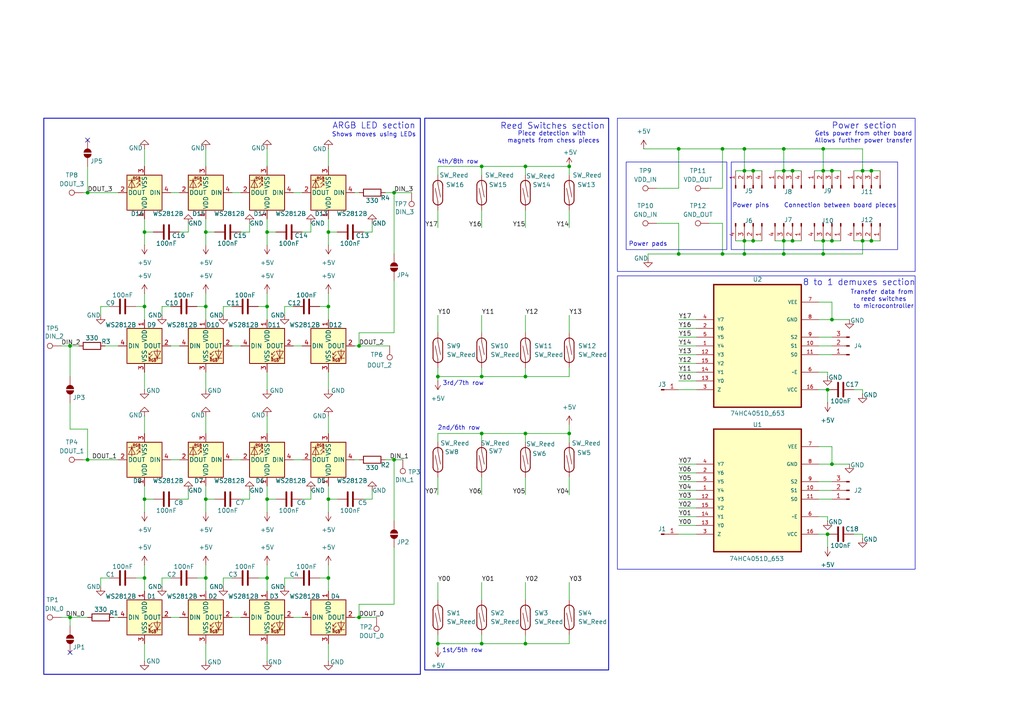
<source format=kicad_sch>
(kicad_sch (version 20250114) (generator "eeschema") (generator_version "9.0")
  (paper "A4")
  (title_block (title "4x4 matryca led z kontaktronami i demultiplekserami") (date "2025-11-12") (rev "1") (company "AGH") (comment 1 "Autor: Krystian Bajerski") (comment 2 "Promotor: dr inż. Agnieszka Dąbrowska-Boruch"))
  (rectangle (start 179.07 80.01) (end 265.43 165.1))
  (rectangle (start 212.09 46.99) (end 260.35 72.39))
  (rectangle (start 12.7 34.29) (end 121.92 195.58) (stroke (width 0.254)))
  (rectangle (start 181.61 46.99) (end 210.82 72.39))
  (rectangle (start 123.19 34.29) (end 176.53 194.31) (stroke (width 0.254)))
  (rectangle (start 179.07 34.29) (end 265.43 78.74))
  (text "ARGB LED section" (at 108.458 36.576 0) (effects (font (size 1.778 1.778))))
  (text "Gets power from other board\nAllows further power transfer\n" (at 250.444 39.878 0) (effects (font (size 1.27 1.27))))
  (text "2nd/6th row" (at 133.096 124.206 0) (effects (font (size 1.27 1.27))))
  (text "Shows moves using LEDs" (at 108.458 39.116 0) (effects (font (size 1.27 1.27))))
  (text "1st/5th row" (at 134.112 188.722 0) (effects (font (size 1.27 1.27))))
  (text "Power pads" (at 187.96 70.866 0) (effects (font (size 1.27 1.27))))
  (text "Power section\n" (at 250.698 36.576 0) (effects (font (size 1.778 1.778))))
  (text "8 to 1 demuxes section" (at 249.174 82.042 0) (effects (font (size 1.778 1.778))))
  (text "Reed Switches section\n\n" (at 160.274 38.1 0) (effects (font (size 1.778 1.778))))
  (text "Power pins	Connection between board pieces" (at 236.22 59.69 0) (effects (font (size 1.27 1.27))))
  (text "Piece detection with \nmagnets from chess pieces\n" (at 160.528 39.878 0) (effects (font (size 1.27 1.27))))
  (text "4th/8th row" (at 132.842 46.99 0) (effects (font (size 1.27 1.27))))
  (text "Transfer data from \nreed switches\nto microcontroller" (at 256.286 86.868 0) (effects (font (size 1.27 1.27))))
  (text "3rd/7th row" (at 134.366 111.252 0) (effects (font (size 1.27 1.27))))
  (junction (at 77.47 67.31))
  (junction (at 95.25 167.64))
  (junction (at 229.87 69.85))
  (junction (at 59.69 88.9))
  (junction (at 114.3 133.35))
  (junction (at 95.25 88.9))
  (junction (at 227.33 73.66))
  (junction (at 218.44 69.85))
  (junction (at 240.03 113.03))
  (junction (at 95.25 144.78))
  (junction (at 139.7 186.69))
  (junction (at 41.91 67.31))
  (junction (at 59.69 144.78))
  (junction (at 227.33 69.85))
  (junction (at 241.3 69.85))
  (junction (at 165.1 48.26))
  (junction (at 114.3 55.88))
  (junction (at 229.87 49.53))
  (junction (at 152.4 48.26))
  (junction (at 152.4 125.73))
  (junction (at 252.73 69.85))
  (junction (at 25.4 55.88))
  (junction (at 139.7 125.73))
  (junction (at 218.44 49.53))
  (junction (at 250.19 69.85))
  (junction (at 238.76 69.85))
  (junction (at 41.91 88.9))
  (junction (at 215.9 43.18))
  (junction (at 77.47 144.78))
  (junction (at 209.55 73.66))
  (junction (at 238.76 73.66))
  (junction (at 139.7 48.26))
  (junction (at 95.25 67.31))
  (junction (at 20.32 100.33))
  (junction (at 241.3 92.71))
  (junction (at 59.69 167.64))
  (junction (at 104.14 100.33))
  (junction (at 227.33 49.53))
  (junction (at 215.9 69.85))
  (junction (at 139.7 109.22))
  (junction (at 41.91 167.64))
  (junction (at 20.32 179.07))
  (junction (at 59.69 67.31))
  (junction (at 227.33 43.18))
  (junction (at 196.85 43.18))
  (junction (at 104.14 179.07))
  (junction (at 77.47 88.9))
  (junction (at 215.9 49.53))
  (junction (at 152.4 186.69))
  (junction (at 152.4 109.22))
  (junction (at 240.03 154.94))
  (junction (at 238.76 43.18))
  (junction (at 127 109.22))
  (junction (at 196.85 73.66))
  (junction (at 41.91 144.78))
  (junction (at 25.4 133.35))
  (junction (at 241.3 134.62))
  (junction (at 215.9 73.66))
  (junction (at 77.47 167.64))
  (junction (at 241.3 49.53))
  (junction (at 252.73 49.53))
  (junction (at 250.19 49.53))
  (junction (at 238.76 49.53))
  (junction (at 127 186.69))
  (junction (at 165.1 125.73))
  (junction (at 209.55 43.18))
  (no_connect (at 25.4 40.64))
  (no_connect (at 20.32 189.23))
  (wire (pts (xy 218.44 69.85) (xy 220.98 69.85)))
  (wire (pts (xy 240.03 151.13) (xy 240.03 149.86)))
  (wire (pts (xy 111.76 55.88) (xy 114.3 55.88)))
  (wire (pts (xy 114.3 133.35) (xy 111.76 133.35)))
  (wire (pts (xy 196.85 100.33) (xy 201.93 100.33)))
  (wire (pts (xy 52.07 55.88) (xy 49.53 55.88)))
  (wire (pts (xy 196.85 102.87) (xy 201.93 102.87)))
  (wire (pts (xy 29.21 167.64) (xy 31.75 167.64)))
  (wire (pts (xy 95.25 144.78) (xy 95.25 140.97)))
  (wire (pts (xy 62.23 144.78) (xy 59.69 144.78)))
  (wire (pts (xy 237.49 87.63) (xy 241.3 87.63)))
  (wire (pts (xy 238.76 73.66) (xy 250.19 73.66)))
  (wire (pts (xy 77.47 186.69) (xy 77.47 191.77)))
  (wire (pts (xy 218.44 49.53) (xy 220.98 49.53)))
  (wire (pts (xy 213.36 49.53) (xy 215.9 49.53)))
  (wire (pts (xy 139.7 184.15) (xy 139.7 186.69)))
  (wire (pts (xy 127 143.51) (xy 127 138.43)))
  (wire (pts (xy 95.25 85.09) (xy 95.25 88.9)))
  (wire (pts (xy 114.3 81.28) (xy 114.3 96.52)))
  (wire (pts (xy 165.1 184.15) (xy 165.1 186.69)))
  (wire (pts (xy 72.39 64.77) (xy 72.39 67.31)))
  (wire (pts (xy 41.91 163.83) (xy 41.91 167.64)))
  (wire (pts (xy 77.47 88.9) (xy 77.47 92.71)))
  (wire (pts (xy 114.3 73.66) (xy 114.3 55.88)))
  (wire (pts (xy 165.1 106.68) (xy 165.1 109.22)))
  (wire (pts (xy 127 109.22) (xy 139.7 109.22)))
  (wire (pts (xy 24.13 55.88) (xy 25.4 55.88)))
  (wire (pts (xy 49.53 179.07) (xy 52.07 179.07)))
  (wire (pts (xy 59.69 85.09) (xy 59.69 88.9)))
  (wire (pts (xy 54.61 142.24) (xy 54.61 144.78)))
  (wire (pts (xy 237.49 97.79) (xy 241.3 97.79)))
  (wire (pts (xy 17.78 100.33) (xy 20.32 100.33)))
  (wire (pts (xy 152.4 109.22) (xy 165.1 109.22)))
  (wire (pts (xy 46.99 91.44) (xy 46.99 88.9)))
  (wire (pts (xy 59.69 186.69) (xy 59.69 191.77)))
  (wire (pts (xy 152.4 125.73) (xy 139.7 125.73)))
  (wire (pts (xy 85.09 179.07) (xy 87.63 179.07)))
  (wire (pts (xy 59.69 148.59) (xy 59.69 144.78)))
  (wire (pts (xy 209.55 73.66) (xy 215.9 73.66)))
  (wire (pts (xy 238.76 69.85) (xy 238.76 73.66)))
  (wire (pts (xy 196.85 110.49) (xy 201.93 110.49)))
  (wire (pts (xy 25.4 48.26) (xy 25.4 55.88)))
  (wire (pts (xy 240.03 107.95) (xy 237.49 107.95)))
  (wire (pts (xy 241.3 129.54) (xy 241.3 134.62)))
  (wire (pts (xy 67.31 100.33) (xy 69.85 100.33)))
  (wire (pts (xy 72.39 67.31) (xy 69.85 67.31)))
  (wire (pts (xy 77.47 107.95) (xy 77.47 113.03)))
  (wire (pts (xy 236.22 49.53) (xy 238.76 49.53)))
  (wire (pts (xy 104.14 55.88) (xy 102.87 55.88)))
  (wire (pts (xy 54.61 64.77) (xy 54.61 67.31)))
  (wire (pts (xy 237.49 102.87) (xy 241.3 102.87)))
  (wire (pts (xy 97.79 67.31) (xy 95.25 67.31)))
  (wire (pts (xy 247.65 69.85) (xy 250.19 69.85)))
  (wire (pts (xy 72.39 144.78) (xy 69.85 144.78)))
  (wire (pts (xy 77.47 71.12) (xy 77.47 67.31)))
  (wire (pts (xy 187.96 73.66) (xy 196.85 73.66)))
  (wire (pts (xy 238.76 49.53) (xy 241.3 49.53)))
  (wire (pts (xy 95.25 186.69) (xy 95.25 191.77)))
  (wire (pts (xy 25.4 133.35) (xy 34.29 133.35)))
  (wire (pts (xy 247.65 154.94) (xy 250.19 154.94)))
  (wire (pts (xy 139.7 50.8) (xy 139.7 48.26)))
  (wire (pts (xy 152.4 66.04) (xy 152.4 60.96)))
  (wire (pts (xy 224.79 49.53) (xy 227.33 49.53)))
  (wire (pts (xy 39.37 167.64) (xy 41.91 167.64)))
  (wire (pts (xy 165.1 128.27) (xy 165.1 125.73)))
  (wire (pts (xy 213.36 69.85) (xy 215.9 69.85)))
  (wire (pts (xy 114.3 96.52) (xy 104.14 96.52)))
  (wire (pts (xy 59.69 107.95) (xy 59.69 113.03)))
  (wire (pts (xy 139.7 186.69) (xy 152.4 186.69)))
  (wire (pts (xy 95.25 125.73) (xy 95.25 120.65)))
  (wire (pts (xy 227.33 43.18) (xy 227.33 49.53)))
  (wire (pts (xy 152.4 186.69) (xy 165.1 186.69)))
  (wire (pts (xy 59.69 88.9) (xy 59.69 92.71)))
  (wire (pts (xy 77.47 48.26) (xy 77.47 43.18)))
  (wire (pts (xy 127 48.26) (xy 127 50.8)))
  (wire (pts (xy 30.48 100.33) (xy 34.29 100.33)))
  (wire (pts (xy 237.49 92.71) (xy 241.3 92.71)))
  (wire (pts (xy 237.49 113.03) (xy 240.03 113.03)))
  (wire (pts (xy 85.09 100.33) (xy 87.63 100.33)))
  (wire (pts (xy 139.7 109.22) (xy 152.4 109.22)))
  (wire (pts (xy 227.33 43.18) (xy 238.76 43.18)))
  (wire (pts (xy 238.76 69.85) (xy 241.3 69.85)))
  (wire (pts (xy 29.21 88.9) (xy 31.75 88.9)))
  (wire (pts (xy 215.9 69.85) (xy 218.44 69.85)))
  (wire (pts (xy 196.85 142.24) (xy 201.93 142.24)))
  (wire (pts (xy 62.23 67.31) (xy 59.69 67.31)))
  (wire (pts (xy 165.1 168.91) (xy 165.1 173.99)))
  (wire (pts (xy 139.7 91.44) (xy 139.7 96.52)))
  (wire (pts (xy 41.91 107.95) (xy 41.91 113.03)))
  (wire (pts (xy 41.91 148.59) (xy 41.91 144.78)))
  (wire (pts (xy 127 186.69) (xy 127 187.96)))
  (wire (pts (xy 41.91 71.12) (xy 41.91 67.31)))
  (wire (pts (xy 127 184.15) (xy 127 186.69)))
  (wire (pts (xy 190.5 64.77) (xy 196.85 64.77)))
  (wire (pts (xy 90.17 64.77) (xy 90.17 67.31)))
  (wire (pts (xy 238.76 43.18) (xy 238.76 49.53)))
  (wire (pts (xy 241.3 49.53) (xy 243.84 49.53)))
  (wire (pts (xy 74.93 167.64) (xy 77.47 167.64)))
  (wire (pts (xy 205.74 54.61) (xy 209.55 54.61)))
  (wire (pts (xy 59.69 71.12) (xy 59.69 67.31)))
  (wire (pts (xy 252.73 49.53) (xy 255.27 49.53)))
  (wire (pts (xy 64.77 88.9) (xy 67.31 88.9)))
  (wire (pts (xy 127 109.22) (xy 127 110.49)))
  (wire (pts (xy 59.69 48.26) (xy 59.69 43.18)))
  (wire (pts (xy 237.49 134.62) (xy 241.3 134.62)))
  (wire (pts (xy 165.1 123.19) (xy 165.1 125.73)))
  (wire (pts (xy 196.85 137.16) (xy 201.93 137.16)))
  (wire (pts (xy 227.33 49.53) (xy 229.87 49.53)))
  (wire (pts (xy 127 186.69) (xy 139.7 186.69)))
  (wire (pts (xy 215.9 49.53) (xy 218.44 49.53)))
  (wire (pts (xy 102.87 100.33) (xy 104.14 100.33)))
  (wire (pts (xy 240.03 149.86) (xy 237.49 149.86)))
  (wire (pts (xy 44.45 144.78) (xy 41.91 144.78)))
  (wire (pts (xy 95.25 167.64) (xy 95.25 171.45)))
  (wire (pts (xy 95.25 163.83) (xy 95.25 167.64)))
  (wire (pts (xy 127 106.68) (xy 127 109.22)))
  (wire (pts (xy 41.91 88.9) (xy 41.91 92.71)))
  (wire (pts (xy 20.32 124.46) (xy 20.32 116.84)))
  (wire (pts (xy 102.87 179.07) (xy 104.14 179.07)))
  (wire (pts (xy 196.85 105.41) (xy 201.93 105.41)))
  (wire (pts (xy 250.19 113.03) (xy 250.19 114.3)))
  (wire (pts (xy 59.69 163.83) (xy 59.69 167.64)))
  (wire (pts (xy 20.32 100.33) (xy 20.32 109.22)))
  (wire (pts (xy 238.76 43.18) (xy 250.19 43.18)))
  (wire (pts (xy 241.3 87.63) (xy 241.3 92.71)))
  (wire (pts (xy 59.69 67.31) (xy 59.69 63.5)))
  (wire (pts (xy 240.03 109.22) (xy 240.03 107.95)))
  (wire (pts (xy 90.17 144.78) (xy 87.63 144.78)))
  (wire (pts (xy 246.38 92.71) (xy 241.3 92.71)))
  (wire (pts (xy 165.1 143.51) (xy 165.1 138.43)))
  (wire (pts (xy 69.85 133.35) (xy 67.31 133.35)))
  (wire (pts (xy 139.7 128.27) (xy 139.7 125.73)))
  (wire (pts (xy 41.91 85.09) (xy 41.91 88.9)))
  (wire (pts (xy 165.1 66.04) (xy 165.1 60.96)))
  (wire (pts (xy 240.03 154.94) (xy 240.03 158.75)))
  (wire (pts (xy 127 66.04) (xy 127 60.96)))
  (wire (pts (xy 247.65 113.03) (xy 250.19 113.03)))
  (wire (pts (xy 57.15 88.9) (xy 59.69 88.9)))
  (wire (pts (xy 196.85 154.94) (xy 201.93 154.94)))
  (wire (pts (xy 237.49 100.33) (xy 241.3 100.33)))
  (wire (pts (xy 104.14 175.26) (xy 114.3 175.26)))
  (wire (pts (xy 196.85 134.62) (xy 201.93 134.62)))
  (wire (pts (xy 54.61 144.78) (xy 52.07 144.78)))
  (wire (pts (xy 246.38 134.62) (xy 241.3 134.62)))
  (wire (pts (xy 95.25 67.31) (xy 95.25 63.5)))
  (wire (pts (xy 139.7 125.73) (xy 127 125.73)))
  (wire (pts (xy 237.49 154.94) (xy 240.03 154.94)))
  (wire (pts (xy 196.85 147.32) (xy 201.93 147.32)))
  (wire (pts (xy 114.3 55.88) (xy 119.38 55.88)))
  (wire (pts (xy 114.3 133.35) (xy 114.3 151.13)))
  (wire (pts (xy 72.39 142.24) (xy 72.39 144.78)))
  (wire (pts (xy 25.4 133.35) (xy 25.4 124.46)))
  (wire (pts (xy 41.91 125.73) (xy 41.91 120.65)))
  (wire (pts (xy 92.71 167.64) (xy 95.25 167.64)))
  (wire (pts (xy 229.87 69.85) (xy 232.41 69.85)))
  (wire (pts (xy 95.25 88.9) (xy 95.25 92.71)))
  (wire (pts (xy 97.79 144.78) (xy 95.25 144.78)))
  (wire (pts (xy 196.85 64.77) (xy 196.85 73.66)))
  (wire (pts (xy 237.49 129.54) (xy 241.3 129.54)))
  (wire (pts (xy 196.85 43.18) (xy 209.55 43.18)))
  (wire (pts (xy 77.47 67.31) (xy 77.47 63.5)))
  (wire (pts (xy 67.31 179.07) (xy 69.85 179.07)))
  (wire (pts (xy 95.25 107.95) (xy 95.25 113.03)))
  (wire (pts (xy 250.19 154.94) (xy 250.19 156.21)))
  (wire (pts (xy 29.21 170.18) (xy 29.21 167.64)))
  (wire (pts (xy 250.19 73.66) (xy 250.19 69.85)))
  (wire (pts (xy 237.49 144.78) (xy 241.3 144.78)))
  (wire (pts (xy 127 168.91) (xy 127 173.99)))
  (wire (pts (xy 209.55 43.18) (xy 215.9 43.18)))
  (wire (pts (xy 247.65 49.53) (xy 250.19 49.53)))
  (wire (pts (xy 104.14 100.33) (xy 113.03 100.33)))
  (wire (pts (xy 77.47 148.59) (xy 77.47 144.78)))
  (wire (pts (xy 250.19 69.85) (xy 252.73 69.85)))
  (wire (pts (xy 87.63 133.35) (xy 85.09 133.35)))
  (wire (pts (xy 41.91 67.31) (xy 41.91 63.5)))
  (wire (pts (xy 33.02 179.07) (xy 34.29 179.07)))
  (wire (pts (xy 196.85 152.4) (xy 201.93 152.4)))
  (wire (pts (xy 116.84 133.35) (xy 114.3 133.35)))
  (wire (pts (xy 229.87 49.53) (xy 232.41 49.53)))
  (wire (pts (xy 209.55 64.77) (xy 209.55 73.66)))
  (wire (pts (xy 127 91.44) (xy 127 96.52)))
  (wire (pts (xy 152.4 168.91) (xy 152.4 173.99)))
  (wire (pts (xy 227.33 69.85) (xy 229.87 69.85)))
  (wire (pts (xy 41.91 48.26) (xy 41.91 43.18)))
  (wire (pts (xy 95.25 48.26) (xy 95.25 43.18)))
  (wire (pts (xy 92.71 88.9) (xy 95.25 88.9)))
  (wire (pts (xy 95.25 71.12) (xy 95.25 67.31)))
  (wire (pts (xy 236.22 69.85) (xy 238.76 69.85)))
  (wire (pts (xy 41.91 144.78) (xy 41.91 140.97)))
  (wire (pts (xy 252.73 69.85) (xy 255.27 69.85)))
  (wire (pts (xy 107.95 142.24) (xy 107.95 144.78)))
  (wire (pts (xy 57.15 167.64) (xy 59.69 167.64)))
  (wire (pts (xy 59.69 125.73) (xy 59.69 120.65)))
  (wire (pts (xy 52.07 133.35) (xy 49.53 133.35)))
  (wire (pts (xy 250.19 43.18) (xy 250.19 49.53)))
  (wire (pts (xy 46.99 167.64) (xy 49.53 167.64)))
  (wire (pts (xy 39.37 88.9) (xy 41.91 88.9)))
  (wire (pts (xy 152.4 91.44) (xy 152.4 96.52)))
  (wire (pts (xy 59.69 144.78) (xy 59.69 140.97)))
  (wire (pts (xy 54.61 67.31) (xy 52.07 67.31)))
  (wire (pts (xy 64.77 170.18) (xy 64.77 167.64)))
  (wire (pts (xy 196.85 144.78) (xy 201.93 144.78)))
  (wire (pts (xy 77.47 163.83) (xy 77.47 167.64)))
  (wire (pts (xy 196.85 139.7) (xy 201.93 139.7)))
  (wire (pts (xy 196.85 107.95) (xy 201.93 107.95)))
  (wire (pts (xy 152.4 128.27) (xy 152.4 125.73)))
  (wire (pts (xy 104.14 133.35) (xy 102.87 133.35)))
  (wire (pts (xy 20.32 179.07) (xy 25.4 179.07)))
  (wire (pts (xy 82.55 88.9) (xy 85.09 88.9)))
  (wire (pts (xy 152.4 106.68) (xy 152.4 109.22)))
  (wire (pts (xy 87.63 55.88) (xy 85.09 55.88)))
  (wire (pts (xy 196.85 97.79) (xy 201.93 97.79)))
  (wire (pts (xy 152.4 50.8) (xy 152.4 48.26)))
  (wire (pts (xy 139.7 168.91) (xy 139.7 173.99)))
  (wire (pts (xy 196.85 149.86) (xy 201.93 149.86)))
  (wire (pts (xy 20.32 100.33) (xy 22.86 100.33)))
  (wire (pts (xy 165.1 48.26) (xy 152.4 48.26)))
  (wire (pts (xy 80.01 144.78) (xy 77.47 144.78)))
  (wire (pts (xy 82.55 91.44) (xy 82.55 88.9)))
  (wire (pts (xy 196.85 73.66) (xy 209.55 73.66)))
  (wire (pts (xy 104.14 179.07) (xy 104.14 175.26)))
  (wire (pts (xy 165.1 91.44) (xy 165.1 96.52)))
  (wire (pts (xy 187.96 74.93) (xy 187.96 73.66)))
  (wire (pts (xy 250.19 49.53) (xy 252.73 49.53)))
  (wire (pts (xy 165.1 50.8) (xy 165.1 48.26)))
  (wire (pts (xy 237.49 139.7) (xy 241.3 139.7)))
  (wire (pts (xy 29.21 91.44) (xy 29.21 88.9)))
  (wire (pts (xy 139.7 106.68) (xy 139.7 109.22)))
  (wire (pts (xy 59.69 167.64) (xy 59.69 171.45)))
  (wire (pts (xy 240.03 113.03) (xy 240.03 116.84)))
  (wire (pts (xy 139.7 143.51) (xy 139.7 138.43)))
  (wire (pts (xy 82.55 170.18) (xy 82.55 167.64)))
  (wire (pts (xy 104.14 179.07) (xy 109.22 179.07)))
  (wire (pts (xy 69.85 55.88) (xy 67.31 55.88)))
  (wire (pts (xy 77.47 144.78) (xy 77.47 140.97)))
  (wire (pts (xy 186.69 43.18) (xy 196.85 43.18)))
  (wire (pts (xy 152.4 48.26) (xy 139.7 48.26)))
  (wire (pts (xy 77.47 85.09) (xy 77.47 88.9)))
  (wire (pts (xy 104.14 96.52) (xy 104.14 100.33)))
  (wire (pts (xy 90.17 67.31) (xy 87.63 67.31)))
  (wire (pts (xy 49.53 100.33) (xy 52.07 100.33)))
  (wire (pts (xy 205.74 64.77) (xy 209.55 64.77)))
  (wire (pts (xy 241.3 69.85) (xy 243.84 69.85)))
  (wire (pts (xy 20.32 179.07) (xy 20.32 181.61)))
  (wire (pts (xy 165.1 125.73) (xy 152.4 125.73)))
  (wire (pts (xy 127 125.73) (xy 127 128.27)))
  (wire (pts (xy 25.4 55.88) (xy 34.29 55.88)))
  (wire (pts (xy 196.85 43.18) (xy 196.85 54.61)))
  (wire (pts (xy 90.17 142.24) (xy 90.17 144.78)))
  (wire (pts (xy 215.9 43.18) (xy 215.9 49.53)))
  (wire (pts (xy 82.55 167.64) (xy 85.09 167.64)))
  (wire (pts (xy 139.7 66.04) (xy 139.7 60.96)))
  (wire (pts (xy 64.77 167.64) (xy 67.31 167.64)))
  (wire (pts (xy 196.85 92.71) (xy 201.93 92.71)))
  (wire (pts (xy 41.91 186.69) (xy 41.91 191.77)))
  (wire (pts (xy 227.33 73.66) (xy 227.33 69.85)))
  (wire (pts (xy 107.95 144.78) (xy 105.41 144.78)))
  (wire (pts (xy 44.45 67.31) (xy 41.91 67.31)))
  (wire (pts (xy 196.85 95.25) (xy 201.93 95.25)))
  (wire (pts (xy 215.9 43.18) (xy 227.33 43.18)))
  (wire (pts (xy 80.01 67.31) (xy 77.47 67.31)))
  (wire (pts (xy 41.91 167.64) (xy 41.91 171.45)))
  (wire (pts (xy 17.78 179.07) (xy 20.32 179.07)))
  (wire (pts (xy 196.85 113.03) (xy 201.93 113.03)))
  (wire (pts (xy 64.77 91.44) (xy 64.77 88.9)))
  (wire (pts (xy 24.13 133.35) (xy 25.4 133.35)))
  (wire (pts (xy 209.55 54.61) (xy 209.55 43.18)))
  (wire (pts (xy 215.9 73.66) (xy 227.33 73.66)))
  (wire (pts (xy 77.47 167.64) (xy 77.47 171.45)))
  (wire (pts (xy 77.47 125.73) (xy 77.47 120.65)))
  (wire (pts (xy 215.9 69.85) (xy 215.9 73.66)))
  (wire (pts (xy 139.7 48.26) (xy 127 48.26)))
  (wire (pts (xy 190.5 54.61) (xy 196.85 54.61)))
  (wire (pts (xy 152.4 184.15) (xy 152.4 186.69)))
  (wire (pts (xy 227.33 73.66) (xy 238.76 73.66)))
  (wire (pts (xy 46.99 88.9) (xy 49.53 88.9)))
  (wire (pts (xy 107.95 67.31) (xy 105.41 67.31)))
  (wire (pts (xy 74.93 88.9) (xy 77.47 88.9)))
  (wire (pts (xy 152.4 143.51) (xy 152.4 138.43)))
  (wire (pts (xy 224.79 69.85) (xy 227.33 69.85)))
  (wire (pts (xy 95.25 148.59) (xy 95.25 144.78)))
  (wire (pts (xy 114.3 175.26) (xy 114.3 158.75)))
  (wire (pts (xy 107.95 64.77) (xy 107.95 67.31)))
  (wire (pts (xy 25.4 124.46) (xy 20.32 124.46)))
  (wire (pts (xy 46.99 170.18) (xy 46.99 167.64)))
  (wire (pts (xy 237.49 142.24) (xy 241.3 142.24)))
  (label "Y00" (at 196.85 152.4 0))
  (label "DIN_0" (at 19.05 179.07 0))
  (label "Y10" (at 127 91.44 0))
  (label "Y17" (at 196.85 92.71 0))
  (label "Y06" (at 196.85 137.16 0))
  (label "Y00" (at 127 168.91 0))
  (label "DOUT_2" (at 104.14 100.33 0))
  (label "DOUT_1" (at 26.67 133.35 0))
  (label "Y07" (at 127 143.51 180))
  (label "Y03" (at 196.85 144.78 0))
  (label "Y01" (at 196.85 149.86 0))
  (label "Y14" (at 196.85 100.33 0))
  (label "DOUT_0" (at 104.14 179.07 0))
  (label "Y11" (at 139.7 91.44 0))
  (label "Y10" (at 196.85 110.49 0))
  (label "Y04" (at 165.1 143.51 180))
  (label "Y12" (at 152.4 91.44 0))
  (label "Y02" (at 152.4 168.91 0))
  (label "Y03" (at 165.1 168.91 0))
  (label "DOUT_3" (at 25.4 55.88 0))
  (label "Y06" (at 139.7 143.51 180))
  (label "Y13" (at 196.85 102.87 0))
  (label "Y14" (at 165.1 66.04 180))
  (label "Y17" (at 127 66.04 180))
  (label "Y05" (at 196.85 139.7 0))
  (label "Y16" (at 139.7 66.04 180))
  (label "Y12" (at 196.85 105.41 0))
  (label "DIN_3" (at 114.3 55.88 0))
  (label "Y07" (at 196.85 134.62 0))
  (label "Y04" (at 196.85 142.24 0))
  (label "Y16" (at 196.85 95.25 0))
  (label "Y13" (at 165.1 91.44 0))
  (label "DIN_2" (at 17.78 100.33 0))
  (label "Y05" (at 152.4 143.51 180))
  (label "Y11" (at 196.85 107.95 0))
  (label "Y01" (at 139.7 168.91 0))
  (label "Y15" (at 196.85 97.79 0))
  (label "Y15" (at 152.4 66.04 180))
  (label "Y02" (at 196.85 147.32 0))
  (label "DIN_1" (at 113.03 133.35 0))
  (symbol (lib_id "Device:C") (at 53.34 167.64 90) (unit 1)
    (property "Reference" "C2" (at 49.784 166.624 90))
    (property "Value" "100nF" (at 53.34 164.338 90))
    (property "Footprint" "Capacitor_SMD:C_0805_2012Metric_Pad1.18x1.45mm_HandSolder" (effects (hide yes)))
    (property "Description" "Unpolarized capacitor" (effects (hide yes)))
  )
  (symbol (lib_id "power:GND") (at 77.47 120.65 180) (unit 1)
    (property "Reference" "#PWR040" (effects (hide yes)))
    (property "Value" "GND" (at 74.93 120.396 0))
    (property "Description" "Power symbol creates a global label with name \"GND\" , ground" (effects (hide yes)))
  )
  (symbol (lib_id "Connector:TestPoint") (at 205.74 54.61 90) (unit 1)
    (property "Reference" "TP11" (at 202.438 49.53 90))
    (property "Value" "VDD_OUT" (at 202.438 52.07 90))
    (property "Footprint" "TestPoint:TestPoint_Pad_4.0x4.0mm" (effects (hide yes)))
    (property "Description" "test point" (effects (hide yes)))
  )
  (symbol (lib_id "Connector:TestPoint") (at 113.03 100.33 180) (unit 1)
    (property "Reference" "TP6" (at 107.442 102.87 0) (effects (justify right)))
    (property "Value" "DOUT_2" (at 106.426 105.918 0) (effects (justify right)))
    (property "Footprint" "TestPoint:TestPoint_Pad_3.0x3.0mm" (effects (hide yes)))
    (property "Description" "test point" (effects (hide yes)))
  )
  (symbol (lib_id "power:GND") (at 64.77 91.44 0) (unit 1)
    (property "Reference" "#PWR019" (effects (hide yes)))
    (property "Value" "GND" (at 62.738 91.44 0))
    (property "Description" "Power symbol creates a global label with name \"GND\" , ground" (effects (hide yes)))
  )
  (symbol (lib_id "LED:WS2812B") (at 59.69 133.35 180) (unit 1)
    (property "Reference" "D7" (at 57.658 139.446 0))
    (property "Value" "WS2812B" (at 66.548 139.446 0))
    (property "Footprint" "LED_SMD:LED_WS2812B_PLCC4_5.0x5.0mm_P3.2mm" (effects (hide yes)))
    (property "Datasheet" "https://cdn-shop.adafruit.com/datasheets/WS2812B.pdf" (effects (hide yes)))
    (property "Description" "RGB LED with integrated controller" (effects (hide yes)))
  )
  (symbol (lib_id "power:+5V") (at 59.69 148.59 180) (unit 1)
    (property "Reference" "#PWR042" (effects (hide yes)))
    (property "Value" "+5V" (at 59.69 153.67 0))
    (property "Description" "Power symbol creates a global label with name \"+5V\"" (effects (hide yes)))
  )
  (symbol (lib_id "power:GND") (at 77.47 191.77 0) (unit 1)
    (property "Reference" "#PWR09" (effects (hide yes)))
    (property "Value" "GND" (at 79.756 192.024 0))
    (property "Description" "Power symbol creates a global label with name \"GND\" , ground" (effects (hide yes)))
  )
  (symbol (lib_id "Switch:SW_Reed") (at 165.1 133.35 90) (unit 1)
    (property "Reference" "SW5" (at 171.45 131.318 90) (effects (justify left)))
    (property "Value" "SW_Reed" (at 174.244 128.524 90) (effects (justify left)))
    (property "Footprint" "Reed_switch:ReedSwitch_2x14mm" (effects (hide yes)))
    (property "Description" "reed switch" (effects (hide yes)))
  )
  (symbol (lib_id "power:GND") (at 90.17 64.77 180) (unit 1)
    (property "Reference" "#PWR055" (effects (hide yes)))
    (property "Value" "GND" (at 92.202 64.77 0))
    (property "Description" "Power symbol creates a global label with name \"GND\" , ground" (effects (hide yes)))
  )
  (symbol (lib_id "Connector:TestPoint") (at 17.78 179.07 90) (unit 1)
    (property "Reference" "TP1" (at 15.24 173.99 90))
    (property "Value" "DIN_0" (at 15.748 176.53 90))
    (property "Footprint" "TestPoint:TestPoint_Pad_3.0x3.0mm" (effects (hide yes)))
    (property "Description" "test point" (effects (hide yes)))
  )
  (symbol (lib_id "LED:WS2812B") (at 95.25 55.88 180) (unit 1)
    (property "Reference" "D13" (at 93.218 61.976 0))
    (property "Value" "WS2812B" (at 102.108 61.976 0))
    (property "Footprint" "LED_SMD:LED_WS2812B_PLCC4_5.0x5.0mm_P3.2mm" (effects (hide yes)))
    (property "Datasheet" "https://cdn-shop.adafruit.com/datasheets/WS2812B.pdf" (effects (hide yes)))
    (property "Description" "RGB LED with integrated controller" (effects (hide yes)))
  )
  (symbol (lib_id "Device:R") (at 107.95 133.35 270) (unit 1)
    (property "Reference" "R2" (at 111.76 134.874 90))
    (property "Value" "330" (at 107.95 135.636 90))
    (property "Footprint" "Resistor_SMD:R_0805_2012Metric_Pad1.20x1.40mm_HandSolder" (effects (hide yes)))
    (property "Description" "Resistor" (effects (hide yes)))
  )
  (symbol (lib_id "power:+5V") (at 240.03 116.84 180) (unit 1)
    (property "Reference" "#PWR032" (effects (hide yes)))
    (property "Value" "+5V" (at 240.03 121.92 0))
    (property "Description" "Power symbol creates a global label with name \"+5V\"" (effects (hide yes)))
  )
  (symbol (lib_id "power:+5V") (at 77.47 85.09 0) (unit 1)
    (property "Reference" "#PWR020" (effects (hide yes)))
    (property "Value" "+5V" (at 77.47 80.01 0))
    (property "Description" "Power symbol creates a global label with name \"+5V\"" (effects (hide yes)))
  )
  (symbol (lib_id "Device:C") (at 35.56 167.64 90) (unit 1)
    (property "Reference" "C1" (at 32.004 166.624 90))
    (property "Value" "100nF" (at 35.56 164.338 90))
    (property "Footprint" "Capacitor_SMD:C_0805_2012Metric_Pad1.18x1.45mm_HandSolder" (effects (hide yes)))
    (property "Description" "Unpolarized capacitor" (effects (hide yes)))
  )
  (symbol (lib_id "power:+5V") (at 41.91 71.12 180) (unit 1)
    (property "Reference" "#PWR048" (effects (hide yes)))
    (property "Value" "+5V" (at 41.91 76.2 0))
    (property "Description" "Power symbol creates a global label with name \"+5V\"" (effects (hide yes)))
  )
  (symbol (lib_id "Switch:SW_Reed") (at 127 101.6 270) (unit 1)
    (property "Reference" "SW9" (at 129.54 100.3299 90) (effects (justify left)))
    (property "Value" "SW_Reed" (at 129.54 102.8699 90) (effects (justify left)))
    (property "Footprint" "Reed_switch:ReedSwitch_2x14mm" (effects (hide yes)))
    (property "Description" "reed switch" (effects (hide yes)))
  )
  (symbol (lib_id "power:GND") (at 90.17 142.24 180) (unit 1)
    (property "Reference" "#PWR038" (effects (hide yes)))
    (property "Value" "GND" (at 92.202 142.24 0))
    (property "Description" "Power symbol creates a global label with name \"GND\" , ground" (effects (hide yes)))
  )
  (symbol (lib_id "power:GND") (at 41.91 191.77 0) (unit 1)
    (property "Reference" "#PWR03" (effects (hide yes)))
    (property "Value" "GND" (at 44.45 191.77 0))
    (property "Description" "Power symbol creates a global label with name \"GND\" , ground" (effects (hide yes)))
  )
  (symbol (lib_id "Jumper:SolderJumper_2_Open") (at 20.32 113.03 90) (unit 1) (in_bom no)
    (property "Reference" "JP3" (at 21.082 115.316 90) (effects (justify right)))
    (property "Value" "SolderJumper_2_Open" (effects (hide yes)))
    (property "Footprint" "Jumper:SolderJumper-2_P1.3mm_Open_Pad1.0x1.5mm" (effects (hide yes)))
    (property "Description" "Solder Jumper, 2-pole, open" (effects (hide yes)))
  )
  (symbol (lib_id "Connector:TestPoint") (at 17.78 100.33 90) (unit 1)
    (property "Reference" "TP5" (at 15.24 95.25 90))
    (property "Value" "DIN_2" (at 15.748 97.536 90))
    (property "Footprint" "TestPoint:TestPoint_Pad_3.0x3.0mm" (effects (hide yes)))
    (property "Description" "test point" (effects (hide yes)))
  )
  (symbol (lib_id "power:+5V") (at 127 187.96 180) (unit 1)
    (property "Reference" "#PWR025" (effects (hide yes)))
    (property "Value" "+5V" (at 127 193.04 0))
    (property "Description" "Power symbol creates a global label with name \"+5V\"" (effects (hide yes)))
  )
  (symbol (lib_id "power:+5V") (at 95.25 71.12 180) (unit 1)
    (property "Reference" "#PWR057" (effects (hide yes)))
    (property "Value" "+5V" (at 95.25 76.2 0))
    (property "Description" "Power symbol creates a global label with name \"+5V\"" (effects (hide yes)))
  )
  (symbol (lib_id "power:GND") (at 82.55 170.18 0) (unit 1)
    (property "Reference" "#PWR010" (effects (hide yes)))
    (property "Value" "GND" (at 80.518 170.18 0))
    (property "Description" "Power symbol creates a global label with name \"GND\" , ground" (effects (hide yes)))
  )
  (symbol (lib_id "Jumper:SolderJumper_2_Open") (at 25.4 44.45 90) (unit 1) (in_bom no)
    (property "Reference" "JP5" (at 26.162 46.736 90) (effects (justify right)))
    (property "Value" "SolderJumper_2_Open" (effects (hide yes)))
    (property "Footprint" "Jumper:SolderJumper-2_P1.3mm_Open_Pad1.0x1.5mm" (effects (hide yes)))
    (property "Description" "Solder Jumper, 2-pole, open" (effects (hide yes)))
  )
  (symbol (lib_id "power:GND") (at 77.47 43.18 180) (unit 1)
    (property "Reference" "#PWR053" (effects (hide yes)))
    (property "Value" "GND" (at 74.93 42.926 0))
    (property "Description" "Power symbol creates a global label with name \"GND\" , ground" (effects (hide yes)))
  )
  (symbol (lib_id "Switch:SW_Reed") (at 127 179.07 270) (unit 1)
    (property "Reference" "SW1" (at 129.54 177.7999 90) (effects (justify left)))
    (property "Value" "SW_Reed" (at 129.54 180.3399 90) (effects (justify left)))
    (property "Footprint" "Reed_switch:ReedSwitch_2x14mm" (effects (hide yes)))
    (property "Description" "reed switch" (effects (hide yes)))
  )
  (symbol (lib_id "power:GND") (at 95.25 113.03 0) (unit 1)
    (property "Reference" "#PWR024" (effects (hide yes)))
    (property "Value" "GND" (at 98.044 113.284 0))
    (property "Description" "Power symbol creates a global label with name \"GND\" , ground" (effects (hide yes)))
  )
  (symbol (lib_id "Device:C") (at 88.9 167.64 90) (unit 1)
    (property "Reference" "C4" (at 85.344 166.624 90))
    (property "Value" "100nF" (at 88.9 164.338 90))
    (property "Footprint" "Capacitor_SMD:C_0805_2012Metric_Pad1.18x1.45mm_HandSolder" (effects (hide yes)))
    (property "Description" "Unpolarized capacitor" (effects (hide yes)))
  )
  (symbol (lib_id "Connector:Conn_01x01_Pin") (at 191.77 154.94 0) (unit 1)
    (property "Reference" "J1" (at 192.024 153.416 0))
    (property "Value" "Conn_01x01_Pin" (effects (hide yes)))
    (property "Footprint" "Connector_PinHeader_2.54mm:PinHeader_1x01_P2.54mm_Vertical" (effects (hide yes)))
    (property "Description" "Generic connector, single row, 01x01, script generated" (effects (hide yes)))
  )
  (symbol (lib_id "power:+5V") (at 165.1 123.19 0) (unit 1)
    (property "Reference" "#PWR061" (effects (hide yes)))
    (property "Value" "+5V" (at 165.1 118.11 0))
    (property "Description" "Power symbol creates a global label with name \"+5V\"" (effects (hide yes)))
  )
  (symbol (lib_id "LED:WS2812B") (at 59.69 55.88 180) (unit 1)
    (property "Reference" "D15" (at 57.658 61.976 0))
    (property "Value" "WS2812B" (at 66.548 61.976 0))
    (property "Footprint" "LED_SMD:LED_WS2812B_PLCC4_5.0x5.0mm_P3.2mm" (effects (hide yes)))
    (property "Datasheet" "https://cdn-shop.adafruit.com/datasheets/WS2812B.pdf" (effects (hide yes)))
    (property "Description" "RGB LED with integrated controller" (effects (hide yes)))
  )
  (symbol (lib_id "LED:WS2812B") (at 41.91 179.07 0) (unit 1)
    (property "Reference" "D1" (at 43.942 172.974 0))
    (property "Value" "WS2812B" (at 35.052 172.974 0))
    (property "Footprint" "LED_SMD:LED_WS2812B_PLCC4_5.0x5.0mm_P3.2mm" (effects (hide yes)))
    (property "Datasheet" "https://cdn-shop.adafruit.com/datasheets/WS2812B.pdf" (effects (hide yes)))
    (property "Description" "RGB LED with integrated controller" (effects (hide yes)))
  )
  (symbol (lib_id "power:GND") (at 246.38 134.62 0) (unit 1)
    (property "Reference" "#PWR028" (effects (hide yes)))
    (property "Value" "GND" (at 248.666 134.874 0))
    (property "Description" "Power symbol creates a global label with name \"GND\" , ground" (effects (hide yes)))
  )
  (symbol (lib_id "power:GND") (at 54.61 142.24 180) (unit 1)
    (property "Reference" "#PWR044" (effects (hide yes)))
    (property "Value" "GND" (at 56.642 142.24 0))
    (property "Description" "Power symbol creates a global label with name \"GND\" , ground" (effects (hide yes)))
  )
  (symbol (lib_id "Jumper:SolderJumper_2_Open") (at 114.3 77.47 90) (unit 1) (in_bom no)
    (property "Reference" "JP4" (at 115.062 79.756 90) (effects (justify right)))
    (property "Value" "SolderJumper_2_Open" (effects (hide yes)))
    (property "Footprint" "Jumper:SolderJumper-2_P1.3mm_Open_Pad1.0x1.5mm" (effects (hide yes)))
    (property "Description" "Solder Jumper, 2-pole, open" (effects (hide yes)))
  )
  (symbol (lib_id "power:+5V") (at 41.91 148.59 180) (unit 1)
    (property "Reference" "#PWR045" (effects (hide yes)))
    (property "Value" "+5V" (at 41.91 153.67 0))
    (property "Description" "Power symbol creates a global label with name \"+5V\"" (effects (hide yes)))
  )
  (symbol (lib_id "power:GND") (at 64.77 170.18 0) (unit 1)
    (property "Reference" "#PWR07" (effects (hide yes)))
    (property "Value" "GND" (at 62.738 170.18 0))
    (property "Description" "Power symbol creates a global label with name \"GND\" , ground" (effects (hide yes)))
  )
  (symbol (lib_id "power:GND") (at 240.03 109.22 0) (unit 1)
    (property "Reference" "#PWR031" (effects (hide yes)))
    (property "Value" "GND" (at 242.316 109.474 0))
    (property "Description" "Power symbol creates a global label with name \"GND\" , ground" (effects (hide yes)))
  )
  (symbol (lib_id "power:+5V") (at 77.47 148.59 180) (unit 1)
    (property "Reference" "#PWR039" (effects (hide yes)))
    (property "Value" "+5V" (at 77.47 153.67 0))
    (property "Description" "Power symbol creates a global label with name \"+5V\"" (effects (hide yes)))
  )
  (symbol (lib_id "Jumper:SolderJumper_2_Open") (at 20.32 185.42 90) (unit 1) (in_bom no)
    (property "Reference" "JP1" (at 21.082 187.706 90) (effects (justify right)))
    (property "Value" "SolderJumper_2_Open" (effects (hide yes)))
    (property "Footprint" "Jumper:SolderJumper-2_P1.3mm_Open_Pad1.0x1.5mm" (effects (hide yes)))
    (property "Description" "Solder Jumper, 2-pole, open" (effects (hide yes)))
  )
  (symbol (lib_id "Device:R") (at 29.21 179.07 90) (unit 1)
    (property "Reference" "R1" (at 33.02 177.8 90))
    (property "Value" "330" (at 29.21 176.784 90))
    (property "Footprint" "Resistor_SMD:R_0805_2012Metric_Pad1.20x1.40mm_HandSolder" (effects (hide yes)))
    (property "Description" "Resistor" (effects (hide yes)))
  )
  (symbol (lib_id "power:+5V") (at 59.69 163.83 0) (unit 1)
    (property "Reference" "#PWR05" (effects (hide yes)))
    (property "Value" "+5V" (at 59.69 158.75 0))
    (property "Description" "Power symbol creates a global label with name \"+5V\"" (effects (hide yes)))
  )
  (symbol (lib_id "Device:C") (at 66.04 67.31 270) (unit 1)
    (property "Reference" "C15" (at 69.596 68.326 90))
    (property "Value" "100nF" (at 66.04 70.612 90))
    (property "Footprint" "Capacitor_SMD:C_0805_2012Metric_Pad1.18x1.45mm_HandSolder" (effects (hide yes)))
    (property "Description" "Unpolarized capacitor" (effects (hide yes)))
  )
  (symbol (lib_id "Connector:TestPoint") (at 24.13 55.88 90) (unit 1)
    (property "Reference" "TP8" (at 20.828 50.8 90))
    (property "Value" "DOUT_3" (at 20.828 53.34 90))
    (property "Footprint" "TestPoint:TestPoint_Pad_3.0x3.0mm" (effects (hide yes)))
    (property "Description" "test point" (effects (hide yes)))
  )
  (symbol (lib_id "Switch:SW_Reed") (at 152.4 55.88 90) (unit 1)
    (property "Reference" "SW14" (at 159.766 53.594 90) (effects (justify left)))
    (property "Value" "SW_Reed" (at 161.036 51.054 90) (effects (justify left)))
    (property "Footprint" "Reed_switch:ReedSwitch_2x14mm" (effects (hide yes)))
    (property "Description" "reed switch" (effects (hide yes)))
  )
  (symbol (lib_id "Device:C") (at 48.26 144.78 270) (unit 1)
    (property "Reference" "C8" (at 51.816 145.796 90))
    (property "Value" "100nF" (at 48.26 148.082 90))
    (property "Footprint" "Capacitor_SMD:C_0805_2012Metric_Pad1.18x1.45mm_HandSolder" (effects (hide yes)))
    (property "Description" "Unpolarized capacitor" (effects (hide yes)))
  )
  (symbol (lib_id "Connector:Conn_01x04_Pin") (at 218.44 64.77 270) (unit 1)
    (property "Reference" "J6" (at 217.17 64.008 90))
    (property "Value" "Conn_01x04_Pin" (effects (hide yes)))
    (property "Footprint" "Connector_PinHeader_2.54mm:PinHeader_1x04_P2.54mm_Horizontal" (effects (hide yes)))
    (property "Description" "Generic connector, single row, 01x04, script generated" (effects (hide yes)))
  )
  (symbol (lib_id "Switch:SW_Reed") (at 139.7 55.88 90) (unit 1)
    (property "Reference" "SW15" (at 147.066 53.594 90) (effects (justify left)))
    (property "Value" "SW_Reed" (at 149.098 50.8 90) (effects (justify left)))
    (property "Footprint" "Reed_switch:ReedSwitch_2x14mm" (effects (hide yes)))
    (property "Description" "reed switch" (effects (hide yes)))
  )
  (symbol (lib_id "power:GND") (at 59.69 113.03 0) (unit 1)
    (property "Reference" "#PWR018" (effects (hide yes)))
    (property "Value" "GND" (at 62.23 113.284 0))
    (property "Description" "Power symbol creates a global label with name \"GND\" , ground" (effects (hide yes)))
  )
  (symbol (lib_id "LED:WS2812B") (at 95.25 179.07 0) (unit 1)
    (property "Reference" "D4" (at 97.282 172.974 0))
    (property "Value" "WS2812B" (at 88.392 172.974 0))
    (property "Footprint" "LED_SMD:LED_WS2812B_PLCC4_5.0x5.0mm_P3.2mm" (effects (hide yes)))
    (property "Datasheet" "https://cdn-shop.adafruit.com/datasheets/WS2812B.pdf" (effects (hide yes)))
    (property "Description" "RGB LED with integrated controller" (effects (hide yes)))
  )
  (symbol (lib_id "power:GND") (at 54.61 64.77 180) (unit 1)
    (property "Reference" "#PWR049" (effects (hide yes)))
    (property "Value" "GND" (at 56.642 64.77 0))
    (property "Description" "Power symbol creates a global label with name \"GND\" , ground" (effects (hide yes)))
  )
  (symbol (lib_id "LED:WS2812B") (at 59.69 100.33 0) (unit 1)
    (property "Reference" "D10" (at 61.722 94.234 0))
    (property "Value" "WS2812B" (at 52.832 94.234 0))
    (property "Footprint" "LED_SMD:LED_WS2812B_PLCC4_5.0x5.0mm_P3.2mm" (effects (hide yes)))
    (property "Datasheet" "https://cdn-shop.adafruit.com/datasheets/WS2812B.pdf" (effects (hide yes)))
    (property "Description" "RGB LED with integrated controller" (effects (hide yes)))
  )
  (symbol (lib_id "power:+5V") (at 127 110.49 180) (unit 1)
    (property "Reference" "#PWR030" (effects (hide yes)))
    (property "Value" "+5V" (at 127 115.57 0))
    (property "Description" "Power symbol creates a global label with name \"+5V\"" (effects (hide yes)))
  )
  (symbol (lib_id "Connector:TestPoint") (at 24.13 133.35 90) (unit 1)
    (property "Reference" "TP4" (at 20.828 128.27 90))
    (property "Value" "DOUT_1" (at 20.828 130.81 90))
    (property "Footprint" "TestPoint:TestPoint_Pad_3.0x3.0mm" (effects (hide yes)))
    (property "Description" "test point" (effects (hide yes)))
  )
  (symbol (lib_id "Connector:TestPoint") (at 190.5 54.61 90) (unit 1)
    (property "Reference" "TP9" (at 187.198 49.53 90))
    (property "Value" "VDD_IN" (at 187.198 52.07 90))
    (property "Footprint" "TestPoint:TestPoint_Pad_4.0x4.0mm" (effects (hide yes)))
    (property "Description" "test point" (effects (hide yes)))
  )
  (symbol (lib_id "Connector:TestPoint") (at 190.5 64.77 90) (unit 1)
    (property "Reference" "TP10" (at 187.198 59.69 90))
    (property "Value" "GND_IN" (at 187.198 62.23 90))
    (property "Footprint" "TestPoint:TestPoint_Pad_4.0x4.0mm" (effects (hide yes)))
    (property "Description" "test point" (effects (hide yes)))
  )
  (symbol (lib_id "LED:WS2812B") (at 59.69 179.07 0) (unit 1)
    (property "Reference" "D2" (at 61.722 172.974 0))
    (property "Value" "WS2812B" (at 52.832 172.974 0))
    (property "Footprint" "LED_SMD:LED_WS2812B_PLCC4_5.0x5.0mm_P3.2mm" (effects (hide yes)))
    (property "Datasheet" "https://cdn-shop.adafruit.com/datasheets/WS2812B.pdf" (effects (hide yes)))
    (property "Description" "RGB LED with integrated controller" (effects (hide yes)))
  )
  (symbol (lib_id "Connector:Conn_01x01_Pin") (at 191.77 113.03 0) (unit 1)
    (property "Reference" "J3" (at 192.024 111.506 0))
    (property "Value" "Conn_01x01_Pin" (effects (hide yes)))
    (property "Footprint" "Connector_PinHeader_2.54mm:PinHeader_1x01_P2.54mm_Vertical" (effects (hide yes)))
    (property "Description" "Generic connector, single row, 01x01, script generated" (effects (hide yes)))
  )
  (symbol (lib_id "power:GND") (at 46.99 91.44 0) (unit 1)
    (property "Reference" "#PWR016" (effects (hide yes)))
    (property "Value" "GND" (at 44.958 91.44 0))
    (property "Description" "Power symbol creates a global label with name \"GND\" , ground" (effects (hide yes)))
  )
  (symbol (lib_id "power:GND") (at 29.21 170.18 0) (unit 1)
    (property "Reference" "#PWR01" (effects (hide yes)))
    (property "Value" "GND" (at 27.178 170.18 0))
    (property "Description" "Power symbol creates a global label with name \"GND\" , ground" (effects (hide yes)))
  )
  (symbol (lib_id "power:GND") (at 72.39 142.24 180) (unit 1)
    (property "Reference" "#PWR041" (effects (hide yes)))
    (property "Value" "GND" (at 74.422 142.24 0))
    (property "Description" "Power symbol creates a global label with name \"GND\" , ground" (effects (hide yes)))
  )
  (symbol (lib_id "Connector:Conn_01x03_Pin") (at 246.38 100.33 180) (unit 1)
    (property "Reference" "J4" (at 247.65 100.33 0) (effects (justify right)))
    (property "Value" "Conn_01x03_Pin" (effects (hide yes)))
    (property "Footprint" "Connector_PinHeader_2.54mm:PinHeader_1x03_P2.54mm_Vertical" (effects (hide yes)))
    (property "Description" "Generic connector, single row, 01x03, script generated" (effects (hide yes)))
  )
  (symbol (lib_id "Switch:SW_Reed") (at 165.1 55.88 90) (unit 1)
    (property "Reference" "SW13" (at 172.72 53.594 90) (effects (justify left)))
    (property "Value" "SW_Reed" (at 174.498 50.8 90) (effects (justify left)))
    (property "Footprint" "Reed_switch:ReedSwitch_2x14mm" (effects (hide yes)))
    (property "Description" "reed switch" (effects (hide yes)))
  )
  (symbol (lib_id "Switch:SW_Reed") (at 152.4 179.07 270) (unit 1)
    (property "Reference" "SW3" (at 154.94 177.7999 90) (effects (justify left)))
    (property "Value" "SW_Reed" (at 154.94 180.3399 90) (effects (justify left)))
    (property "Footprint" "Reed_switch:ReedSwitch_2x14mm" (effects (hide yes)))
    (property "Description" "reed switch" (effects (hide yes)))
  )
  (symbol (lib_id "power:+5V") (at 165.1 48.26 0) (unit 1)
    (property "Reference" "#PWR062" (effects (hide yes)))
    (property "Value" "+5V" (at 165.354 44.196 0))
    (property "Description" "Power symbol creates a global label with name \"+5V\"" (effects (hide yes)))
  )
  (symbol (lib_id "power:GND") (at 46.99 170.18 0) (unit 1)
    (property "Reference" "#PWR04" (effects (hide yes)))
    (property "Value" "GND" (at 44.958 170.18 0))
    (property "Description" "Power symbol creates a global label with name \"GND\" , ground" (effects (hide yes)))
  )
  (symbol (lib_id "LED:WS2812B") (at 95.25 100.33 0) (unit 1)
    (property "Reference" "D12" (at 97.282 94.234 0))
    (property "Value" "WS2812B" (at 88.392 94.234 0))
    (property "Footprint" "LED_SMD:LED_WS2812B_PLCC4_5.0x5.0mm_P3.2mm" (effects (hide yes)))
    (property "Datasheet" "https://cdn-shop.adafruit.com/datasheets/WS2812B.pdf" (effects (hide yes)))
    (property "Description" "RGB LED with integrated controller" (effects (hide yes)))
  )
  (symbol (lib_id "LED:WS2812B") (at 77.47 100.33 0) (unit 1)
    (property "Reference" "D11" (at 79.502 94.234 0))
    (property "Value" "WS2812B" (at 70.612 94.234 0))
    (property "Footprint" "LED_SMD:LED_WS2812B_PLCC4_5.0x5.0mm_P3.2mm" (effects (hide yes)))
    (property "Datasheet" "https://cdn-shop.adafruit.com/datasheets/WS2812B.pdf" (effects (hide yes)))
    (property "Description" "RGB LED with integrated controller" (effects (hide yes)))
  )
  (symbol (lib_id "Device:C") (at 48.26 67.31 270) (unit 1)
    (property "Reference" "C16" (at 51.816 68.326 90))
    (property "Value" "100nF" (at 48.26 70.612 90))
    (property "Footprint" "Capacitor_SMD:C_0805_2012Metric_Pad1.18x1.45mm_HandSolder" (effects (hide yes)))
    (property "Description" "Unpolarized capacitor" (effects (hide yes)))
  )
  (symbol (lib_id "power:GND") (at 59.69 43.18 180) (unit 1)
    (property "Reference" "#PWR050" (effects (hide yes)))
    (property "Value" "GND" (at 57.404 42.926 0))
    (property "Description" "Power symbol creates a global label with name \"GND\" , ground" (effects (hide yes)))
  )
  (symbol (lib_id "power:GND") (at 41.91 120.65 180) (unit 1)
    (property "Reference" "#PWR046" (effects (hide yes)))
    (property "Value" "GND" (at 39.37 120.396 0))
    (property "Description" "Power symbol creates a global label with name \"GND\" , ground" (effects (hide yes)))
  )
  (symbol (lib_id "power:+5V") (at 77.47 71.12 180) (unit 1)
    (property "Reference" "#PWR054" (effects (hide yes)))
    (property "Value" "+5V" (at 77.47 76.2 0))
    (property "Description" "Power symbol creates a global label with name \"+5V\"" (effects (hide yes)))
  )
  (symbol (lib_id "Connector:Conn_01x04_Pin") (at 227.33 54.61 90) (unit 1)
    (property "Reference" "J8" (at 228.6 55.626 90))
    (property "Value" "Conn_01x04_Pin" (effects (hide yes)))
    (property "Footprint" "Connector_PinSocket_2.54mm:PinSocket_1x04_P2.54mm_Horizontal" (effects (hide yes)))
    (property "Description" "Generic connector, single row, 01x04, script generated" (effects (hide yes)))
  )
  (symbol (lib_id "power:GND") (at 82.55 91.44 0) (unit 1)
    (property "Reference" "#PWR022" (effects (hide yes)))
    (property "Value" "GND" (at 80.518 91.44 0))
    (property "Description" "Power symbol creates a global label with name \"GND\" , ground" (effects (hide yes)))
  )
  (symbol (lib_id "power:+5V") (at 59.69 85.09 0) (unit 1)
    (property "Reference" "#PWR017" (effects (hide yes)))
    (property "Value" "+5V" (at 59.69 80.01 0))
    (property "Description" "Power symbol creates a global label with name \"+5V\"" (effects (hide yes)))
  )
  (symbol (lib_id "power:+5V") (at 186.69 43.18 0) (unit 1)
    (property "Reference" "#PWR059" (effects (hide yes)))
    (property "Value" "+5V" (at 186.69 38.1 0))
    (property "Description" "Power symbol creates a global label with name \"+5V\"" (effects (hide yes)))
  )
  (symbol (lib_id "power:GND") (at 95.25 43.18 180) (unit 1)
    (property "Reference" "#PWR056" (effects (hide yes)))
    (property "Value" "GND" (at 92.71 43.18 0))
    (property "Description" "Power symbol creates a global label with name \"GND\" , ground" (effects (hide yes)))
  )
  (symbol (lib_id "power:+5V") (at 240.03 158.75 180) (unit 1)
    (property "Reference" "#PWR027" (effects (hide yes)))
    (property "Value" "+5V" (at 240.03 163.83 0))
    (property "Description" "Power symbol creates a global label with name \"+5V\"" (effects (hide yes)))
  )
  (symbol (lib_id "power:GND") (at 77.47 113.03 0) (unit 1)
    (property "Reference" "#PWR021" (effects (hide yes)))
    (property "Value" "GND" (at 80.264 113.284 0))
    (property "Description" "Power symbol creates a global label with name \"GND\" , ground" (effects (hide yes)))
  )
  (symbol (lib_id "power:GND") (at 29.21 91.44 0) (unit 1)
    (property "Reference" "#PWR013" (effects (hide yes)))
    (property "Value" "GND" (at 27.178 91.44 0))
    (property "Description" "Power symbol creates a global label with name \"GND\" , ground" (effects (hide yes)))
  )
  (symbol (lib_id "Connector:TestPoint") (at 116.84 133.35 180) (unit 1)
    (property "Reference" "TP3" (at 118.364 136.906 0) (effects (justify right)))
    (property "Value" "DIN_1" (at 114.554 139.192 0) (effects (justify right)))
    (property "Footprint" "TestPoint:TestPoint_Pad_3.0x3.0mm" (effects (hide yes)))
    (property "Description" "test point" (effects (hide yes)))
  )
  (symbol (lib_id "Connector:Conn_01x04_Pin") (at 241.3 64.77 270) (unit 1)
    (property "Reference" "J10" (at 240.03 64.008 90))
    (property "Value" "Conn_01x04_Pin" (effects (hide yes)))
    (property "Footprint" "Connector_PinHeader_2.54mm:PinHeader_1x04_P2.54mm_Horizontal" (effects (hide yes)))
    (property "Description" "Generic connector, single row, 01x04, script generated" (effects (hide yes)))
  )
  (symbol (lib_id "Connector:Conn_01x04_Pin") (at 250.19 54.61 90) (unit 1)
    (property "Reference" "J11" (at 251.46 55.626 90))
    (property "Value" "Conn_01x04_Pin" (effects (hide yes)))
    (property "Footprint" "Connector_PinSocket_2.54mm:PinSocket_1x04_P2.54mm_Horizontal" (effects (hide yes)))
    (property "Description" "Generic connector, single row, 01x04, script generated" (effects (hide yes)))
  )
  (symbol (lib_id "power:GND") (at 250.19 114.3 0) (unit 1)
    (property "Reference" "#PWR034" (effects (hide yes)))
    (property "Value" "GND" (at 252.476 114.554 0))
    (property "Description" "Power symbol creates a global label with name \"GND\" , ground" (effects (hide yes)))
  )
  (symbol (lib_id "Connector:TestPoint") (at 205.74 64.77 90) (unit 1)
    (property "Reference" "TP12" (at 202.438 59.69 90))
    (property "Value" "GND_OUT" (at 202.438 62.23 90))
    (property "Footprint" "TestPoint:TestPoint_Pad_4.0x4.0mm" (effects (hide yes)))
    (property "Description" "test point" (effects (hide yes)))
  )
  (symbol (lib_id "Device:C") (at 53.34 88.9 90) (unit 1)
    (property "Reference" "C10" (at 49.784 87.884 90))
    (property "Value" "100nF" (at 53.34 85.598 90))
    (property "Footprint" "Capacitor_SMD:C_0805_2012Metric_Pad1.18x1.45mm_HandSolder" (effects (hide yes)))
    (property "Description" "Unpolarized capacitor" (effects (hide yes)))
  )
  (symbol (lib_id "Switch:SW_Reed") (at 165.1 179.07 270) (unit 1)
    (property "Reference" "SW4" (at 167.64 177.7999 90) (effects (justify left)))
    (property "Value" "SW_Reed" (at 167.64 180.3399 90) (effects (justify left)))
    (property "Footprint" "Reed_switch:ReedSwitch_2x14mm" (effects (hide yes)))
    (property "Description" "reed switch" (effects (hide yes)))
  )
  (symbol (lib_id "Device:R") (at 107.95 55.88 270) (unit 1)
    (property "Reference" "R4" (at 111.76 57.404 90))
    (property "Value" "330" (at 107.95 58.166 90))
    (property "Footprint" "Resistor_SMD:R_0805_2012Metric_Pad1.20x1.40mm_HandSolder" (effects (hide yes)))
    (property "Description" "Resistor" (effects (hide yes)))
  )
  (symbol (lib_id "Switch:SW_Reed") (at 127 55.88 90) (unit 1)
    (property "Reference" "SW16" (at 134.62 53.594 90) (effects (justify left)))
    (property "Value" "SW_Reed" (at 135.89 50.8 90) (effects (justify left)))
    (property "Footprint" "Reed_switch:ReedSwitch_2x14mm" (effects (hide yes)))
    (property "Description" "reed switch" (effects (hide yes)))
  )
  (symbol (lib_id "LED:WS2812B") (at 77.47 55.88 180) (unit 1)
    (property "Reference" "D14" (at 75.438 61.976 0))
    (property "Value" "WS2812B" (at 84.328 61.976 0))
    (property "Footprint" "LED_SMD:LED_WS2812B_PLCC4_5.0x5.0mm_P3.2mm" (effects (hide yes)))
    (property "Datasheet" "https://cdn-shop.adafruit.com/datasheets/WS2812B.pdf" (effects (hide yes)))
    (property "Description" "RGB LED with integrated controller" (effects (hide yes)))
  )
  (symbol (lib_id "power:GND") (at 107.95 142.24 180) (unit 1)
    (property "Reference" "#PWR035" (effects (hide yes)))
    (property "Value" "GND" (at 109.982 142.24 0))
    (property "Description" "Power symbol creates a global label with name \"GND\" , ground" (effects (hide yes)))
  )
  (symbol (lib_id "Connector:Conn_01x04_Pin") (at 229.87 64.77 270) (unit 1)
    (property "Reference" "J7" (at 228.6 63.754 90))
    (property "Value" "Conn_01x04_Pin" (effects (hide yes)))
    (property "Footprint" "Connector_PinSocket_2.54mm:PinSocket_1x04_P2.54mm_Horizontal" (effects (hide yes)))
    (property "Description" "Generic connector, single row, 01x04, script generated" (effects (hide yes)))
  )
  (symbol (lib_id "Jumper:SolderJumper_2_Open") (at 114.3 154.94 90) (unit 1) (in_bom no)
    (property "Reference" "JP2" (at 115.062 157.226 90) (effects (justify right)))
    (property "Value" "SolderJumper_2_Open" (effects (hide yes)))
    (property "Footprint" "Jumper:SolderJumper-2_P1.3mm_Open_Pad1.0x1.5mm" (effects (hide yes)))
    (property "Description" "Solder Jumper, 2-pole, open" (effects (hide yes)))
  )
  (symbol (lib_id "power:GND") (at 246.38 92.71 0) (unit 1)
    (property "Reference" "#PWR033" (effects (hide yes)))
    (property "Value" "GND" (at 248.666 92.964 0))
    (property "Description" "Power symbol creates a global label with name \"GND\" , ground" (effects (hide yes)))
  )
  (symbol (lib_id "Device:C") (at 35.56 88.9 90) (unit 1)
    (property "Reference" "C9" (at 32.004 87.884 90))
    (property "Value" "100nF" (at 35.56 85.598 90))
    (property "Footprint" "Capacitor_SMD:C_0805_2012Metric_Pad1.18x1.45mm_HandSolder" (effects (hide yes)))
    (property "Description" "Unpolarized capacitor" (effects (hide yes)))
  )
  (symbol (lib_id "Device:C") (at 66.04 144.78 270) (unit 1)
    (property "Reference" "C7" (at 69.596 145.796 90))
    (property "Value" "100nF" (at 66.04 148.082 90))
    (property "Footprint" "Capacitor_SMD:C_0805_2012Metric_Pad1.18x1.45mm_HandSolder" (effects (hide yes)))
    (property "Description" "Unpolarized capacitor" (effects (hide yes)))
  )
  (symbol (lib_id "Switch:SW_Reed") (at 139.7 133.35 90) (unit 1)
    (property "Reference" "SW7" (at 145.796 130.81 90) (effects (justify left)))
    (property "Value" "SW_Reed" (at 147.828 128.524 90) (effects (justify left)))
    (property "Footprint" "Reed_switch:ReedSwitch_2x14mm" (effects (hide yes)))
    (property "Description" "reed switch" (effects (hide yes)))
  )
  (symbol (lib_id "power:GND") (at 41.91 43.18 180) (unit 1)
    (property "Reference" "#PWR047" (effects (hide yes)))
    (property "Value" "GND" (at 39.37 42.926 0))
    (property "Description" "Power symbol creates a global label with name \"GND\" , ground" (effects (hide yes)))
  )
  (symbol (lib_id "Switch:SW_Reed") (at 139.7 179.07 270) (unit 1)
    (property "Reference" "SW2" (at 142.24 177.7999 90) (effects (justify left)))
    (property "Value" "SW_Reed" (at 142.24 180.3399 90) (effects (justify left)))
    (property "Footprint" "Reed_switch:ReedSwitch_2x14mm" (effects (hide yes)))
    (property "Description" "reed switch" (effects (hide yes)))
  )
  (symbol (lib_id "Switch:SW_Reed") (at 127 133.35 90) (unit 1)
    (property "Reference" "SW8" (at 133.096 131.064 90) (effects (justify left)))
    (property "Value" "SW_Reed" (at 136.144 128.524 90) (effects (justify left)))
    (property "Footprint" "Reed_switch:ReedSwitch_2x14mm" (effects (hide yes)))
    (property "Description" "reed switch" (effects (hide yes)))
  )
  (symbol (lib_id "Device:C") (at 71.12 167.64 90) (unit 1)
    (property "Reference" "C3" (at 67.564 166.624 90))
    (property "Value" "100nF" (at 71.12 164.338 90))
    (property "Footprint" "Capacitor_SMD:C_0805_2012Metric_Pad1.18x1.45mm_HandSolder" (effects (hide yes)))
    (property "Description" "Unpolarized capacitor" (effects (hide yes)))
  )
  (symbol (lib_id "power:GND") (at 72.39 64.77 180) (unit 1)
    (property "Reference" "#PWR052" (effects (hide yes)))
    (property "Value" "GND" (at 74.422 64.77 0))
    (property "Description" "Power symbol creates a global label with name \"GND\" , ground" (effects (hide yes)))
  )
  (symbol (lib_id "Device:C") (at 83.82 67.31 270) (unit 1)
    (property "Reference" "C14" (at 87.376 68.326 90))
    (property "Value" "100nF" (at 83.82 70.612 90))
    (property "Footprint" "Capacitor_SMD:C_0805_2012Metric_Pad1.18x1.45mm_HandSolder" (effects (hide yes)))
    (property "Description" "Unpolarized capacitor" (effects (hide yes)))
  )
  (symbol (lib_id "Device:R") (at 26.67 100.33 90) (unit 1)
    (property "Reference" "R3" (at 30.734 99.06 90))
    (property "Value" "330" (at 26.67 98.044 90))
    (property "Footprint" "Resistor_SMD:R_0805_2012Metric_Pad1.20x1.40mm_HandSolder" (effects (hide yes)))
    (property "Description" "Resistor" (effects (hide yes)))
  )
  (symbol (lib_id "power:GND") (at 240.03 151.13 0) (unit 1)
    (property "Reference" "#PWR026" (effects (hide yes)))
    (property "Value" "GND" (at 242.316 151.384 0))
    (property "Description" "Power symbol creates a global label with name \"GND\" , ground" (effects (hide yes)))
  )
  (symbol (lib_id "LED:WS2812B") (at 41.91 133.35 180) (unit 1)
    (property "Reference" "D8" (at 39.878 139.446 0))
    (property "Value" "WS2812B" (at 48.768 139.446 0))
    (property "Footprint" "LED_SMD:LED_WS2812B_PLCC4_5.0x5.0mm_P3.2mm" (effects (hide yes)))
    (property "Datasheet" "https://cdn-shop.adafruit.com/datasheets/WS2812B.pdf" (effects (hide yes)))
    (property "Description" "RGB LED with integrated controller" (effects (hide yes)))
  )
  (symbol (lib_id "Device:C") (at 101.6 144.78 270) (unit 1)
    (property "Reference" "C5" (at 105.156 145.796 90))
    (property "Value" "100nF" (at 101.6 148.082 90))
    (property "Footprint" "Capacitor_SMD:C_0805_2012Metric_Pad1.18x1.45mm_HandSolder" (effects (hide yes)))
    (property "Description" "Unpolarized capacitor" (effects (hide yes)))
  )
  (symbol (lib_id "Connector:Conn_01x04_Pin") (at 238.76 54.61 90) (unit 1)
    (property "Reference" "J9" (at 240.03 55.372 90))
    (property "Value" "Conn_01x04_Pin" (effects (hide yes)))
    (property "Footprint" "Connector_PinHeader_2.54mm:PinHeader_1x04_P2.54mm_Horizontal" (effects (hide yes)))
    (property "Description" "Generic connector, single row, 01x04, script generated" (effects (hide yes)))
  )
  (symbol (lib_id "LED:WS2812B") (at 41.91 55.88 180) (unit 1)
    (property "Reference" "D16" (at 39.878 61.976 0))
    (property "Value" "WS2812B" (at 48.768 61.976 0))
    (property "Footprint" "LED_SMD:LED_WS2812B_PLCC4_5.0x5.0mm_P3.2mm" (effects (hide yes)))
    (property "Datasheet" "https://cdn-shop.adafruit.com/datasheets/WS2812B.pdf" (effects (hide yes)))
    (property "Description" "RGB LED with integrated controller" (effects (hide yes)))
  )
  (symbol (lib_id "Device:C") (at 243.84 154.94 90) (unit 1)
    (property "Reference" "C18" (at 247.142 153.416 90))
    (property "Value" "100nF" (at 243.84 158.242 90))
    (property "Footprint" "Capacitor_SMD:C_0805_2012Metric_Pad1.18x1.45mm_HandSolder" (effects (hide yes)))
    (property "Description" "Unpolarized capacitor" (effects (hide yes)))
  )
  (symbol (lib_id "Device:C") (at 71.12 88.9 90) (unit 1)
    (property "Reference" "C11" (at 67.564 87.884 90))
    (property "Value" "100nF" (at 71.12 85.598 90))
    (property "Footprint" "Capacitor_SMD:C_0805_2012Metric_Pad1.18x1.45mm_HandSolder" (effects (hide yes)))
    (property "Description" "Unpolarized capacitor" (effects (hide yes)))
  )
  (symbol (lib_id "power:GND") (at 41.91 113.03 0) (unit 1)
    (property "Reference" "#PWR015" (effects (hide yes)))
    (property "Value" "GND" (at 44.45 113.284 0))
    (property "Description" "Power symbol creates a global label with name \"GND\" , ground" (effects (hide yes)))
  )
  (symbol (lib_id "74HC4051D_653:74HC4051D_653") (at 219.71 102.87 180) (unit 1)
    (property "Reference" "U2" (at 219.71 81.026 0))
    (property "Value" "74HC4051D_653" (at 219.71 119.888 0))
    (property "Footprint" "74HC4051D_653:SOIC127P600X175-16N" (effects (hide yes)))
    (property "MF" "Nexperia USA" (effects (hide yes)))
    (property "Description_1" "1 Circuit IC Switch 8:1 120Ohm 16-SO" (effects (hide yes)))
    (property "PACKAGE" "SOIC-16" (effects (hide yes)))
    (property "MPN" "74HC4051D,653" (effects (hide yes)))
    (property "Price" "None" (effects (hide yes)))
    (property "Package" "SO-16 Nexperia USA Inc." (effects (hide yes)))
    (property "OC_FARNELL" "1826842" (effects (hide yes)))
    (property "SnapEDA_Link" "https://www.snapeda.com/parts/74HC4051D,653/Nexperia/view-part/?ref=snap" (effects (hide yes)))
    (property "MP" "74HC4051D,653" (effects (hide yes)))
    (property "SUPPLIER" "NXP Semiconductors" (effects (hide yes)))
    (property "OC_NEWARK" "78R6259" (effects (hide yes)))
    (property "Availability" "In Stock" (effects (hide yes)))
    (property "Check_prices" "https://www.snapeda.com/parts/74HC4051D,653/Nexperia/view-part/?ref=eda" (effects (hide yes)))
  )
  (symbol (lib_id "Device:C") (at 88.9 88.9 90) (unit 1)
    (property "Reference" "C12" (at 85.344 87.884 90))
    (property "Value" "100nF" (at 88.9 85.598 90))
    (property "Footprint" "Capacitor_SMD:C_0805_2012Metric_Pad1.18x1.45mm_HandSolder" (effects (hide yes)))
    (property "Description" "Unpolarized capacitor" (effects (hide yes)))
  )
  (symbol (lib_id "LED:WS2812B") (at 77.47 179.07 0) (unit 1)
    (property "Reference" "D3" (at 79.502 172.974 0))
    (property "Value" "WS2812B" (at 70.612 172.974 0))
    (property "Footprint" "LED_SMD:LED_WS2812B_PLCC4_5.0x5.0mm_P3.2mm" (effects (hide yes)))
    (property "Datasheet" "https://cdn-shop.adafruit.com/datasheets/WS2812B.pdf" (effects (hide yes)))
    (property "Description" "RGB LED with integrated controller" (effects (hide yes)))
  )
  (symbol (lib_id "Connector:Conn_01x04_Pin") (at 252.73 64.77 270) (unit 1)
    (property "Reference" "J12" (at 251.46 63.754 90))
    (property "Value" "Conn_01x04_Pin" (effects (hide yes)))
    (property "Footprint" "Connector_PinSocket_2.54mm:PinSocket_1x04_P2.54mm_Horizontal" (effects (hide yes)))
    (property "Description" "Generic connector, single row, 01x04, script generated" (effects (hide yes)))
  )
  (symbol (lib_id "Connector:Conn_01x04_Pin") (at 215.9 54.61 90) (unit 1)
    (property "Reference" "J5" (at 217.17 55.372 90))
    (property "Value" "Conn_01x04_Pin" (effects (hide yes)))
    (property "Footprint" "Connector_PinHeader_2.54mm:PinHeader_1x04_P2.54mm_Horizontal" (effects (hide yes)))
    (property "Description" "Generic connector, single row, 01x04, script generated" (effects (hide yes)))
  )
  (symbol (lib_id "LED:WS2812B") (at 41.91 100.33 0) (unit 1)
    (property "Reference" "D9" (at 43.942 94.234 0))
    (property "Value" "WS2812B" (at 35.052 94.234 0))
    (property "Footprint" "LED_SMD:LED_WS2812B_PLCC4_5.0x5.0mm_P3.2mm" (effects (hide yes)))
    (property "Datasheet" "https://cdn-shop.adafruit.com/datasheets/WS2812B.pdf" (effects (hide yes)))
    (property "Description" "RGB LED with integrated controller" (effects (hide yes)))
  )
  (symbol (lib_id "power:+5V") (at 77.47 163.83 0) (unit 1)
    (property "Reference" "#PWR08" (effects (hide yes)))
    (property "Value" "+5V" (at 77.47 158.75 0))
    (property "Description" "Power symbol creates a global label with name \"+5V\"" (effects (hide yes)))
  )
  (symbol (lib_id "LED:WS2812B") (at 95.25 133.35 180) (unit 1)
    (property "Reference" "D5" (at 93.218 139.446 0))
    (property "Value" "WS2812B" (at 102.108 139.446 0))
    (property "Footprint" "LED_SMD:LED_WS2812B_PLCC4_5.0x5.0mm_P3.2mm" (effects (hide yes)))
    (property "Datasheet" "https://cdn-shop.adafruit.com/datasheets/WS2812B.pdf" (effects (hide yes)))
    (property "Description" "RGB LED with integrated controller" (effects (hide yes)))
  )
  (symbol (lib_id "74HC4051D_653:74HC4051D_653") (at 219.71 144.78 180) (unit 1)
    (property "Reference" "U1" (at 219.71 123.19 0))
    (property "Value" "74HC4051D_653" (at 219.456 162.052 0))
    (property "Footprint" "74HC4051D_653:SOIC127P600X175-16N" (effects (hide yes)))
    (property "MF" "Nexperia USA" (effects (hide yes)))
    (property "Description_1" "1 Circuit IC Switch 8:1 120Ohm 16-SO" (effects (hide yes)))
    (property "PACKAGE" "SOIC-16" (effects (hide yes)))
    (property "MPN" "74HC4051D,653" (effects (hide yes)))
    (property "Price" "None" (effects (hide yes)))
    (property "Package" "SO-16 Nexperia USA Inc." (effects (hide yes)))
    (property "OC_FARNELL" "1826842" (effects (hide yes)))
    (property "SnapEDA_Link" "https://www.snapeda.com/parts/74HC4051D,653/Nexperia/view-part/?ref=snap" (effects (hide yes)))
    (property "MP" "74HC4051D,653" (effects (hide yes)))
    (property "SUPPLIER" "NXP Semiconductors" (effects (hide yes)))
    (property "OC_NEWARK" "78R6259" (effects (hide yes)))
    (property "Availability" "In Stock" (effects (hide yes)))
    (property "Check_prices" "https://www.snapeda.com/parts/74HC4051D,653/Nexperia/view-part/?ref=eda" (effects (hide yes)))
  )
  (symbol (lib_id "power:GND") (at 95.25 120.65 180) (unit 1)
    (property "Reference" "#PWR037" (effects (hide yes)))
    (property "Value" "GND" (at 92.71 120.65 0))
    (property "Description" "Power symbol creates a global label with name \"GND\" , ground" (effects (hide yes)))
  )
  (symbol (lib_id "power:+5V") (at 95.25 163.83 0) (unit 1)
    (property "Reference" "#PWR011" (effects (hide yes)))
    (property "Value" "+5V" (at 95.25 158.75 0))
    (property "Description" "Power symbol creates a global label with name \"+5V\"" (effects (hide yes)))
  )
  (symbol (lib_id "power:GND") (at 59.69 191.77 0) (unit 1)
    (property "Reference" "#PWR06" (effects (hide yes)))
    (property "Value" "GND" (at 62.23 192.024 0))
    (property "Description" "Power symbol creates a global label with name \"GND\" , ground" (effects (hide yes)))
  )
  (symbol (lib_id "Switch:SW_Reed") (at 152.4 101.6 270) (unit 1)
    (property "Reference" "SW11" (at 154.94 100.3299 90) (effects (justify left)))
    (property "Value" "SW_Reed" (at 154.94 102.8699 90) (effects (justify left)))
    (property "Footprint" "Reed_switch:ReedSwitch_2x14mm" (effects (hide yes)))
    (property "Description" "reed switch" (effects (hide yes)))
  )
  (symbol (lib_id "power:+5V") (at 41.91 163.83 0) (unit 1)
    (property "Reference" "#PWR02" (effects (hide yes)))
    (property "Value" "+5V" (at 41.91 158.75 0))
    (property "Description" "Power symbol creates a global label with name \"+5V\"" (effects (hide yes)))
  )
  (symbol (lib_id "Switch:SW_Reed") (at 139.7 101.6 270) (unit 1)
    (property "Reference" "SW10" (at 142.24 100.3299 90) (effects (justify left)))
    (property "Value" "SW_Reed" (at 142.24 102.8699 90) (effects (justify left)))
    (property "Footprint" "Reed_switch:ReedSwitch_2x14mm" (effects (hide yes)))
    (property "Description" "reed switch" (effects (hide yes)))
  )
  (symbol (lib_id "Device:C") (at 243.84 113.03 90) (unit 1)
    (property "Reference" "C17" (at 247.142 111.506 90))
    (property "Value" "100nF" (at 243.84 116.332 90))
    (property "Footprint" "Capacitor_SMD:C_0805_2012Metric_Pad1.18x1.45mm_HandSolder" (effects (hide yes)))
    (property "Description" "Unpolarized capacitor" (effects (hide yes)))
  )
  (symbol (lib_id "power:GND") (at 95.25 191.77 0) (unit 1)
    (property "Reference" "#PWR012" (effects (hide yes)))
    (property "Value" "GND" (at 97.79 192.024 0))
    (property "Description" "Power symbol creates a global label with name \"GND\" , ground" (effects (hide yes)))
  )
  (symbol (lib_id "power:+5V") (at 95.25 85.09 0) (unit 1)
    (property "Reference" "#PWR023" (effects (hide yes)))
    (property "Value" "+5V" (at 95.25 80.01 0))
    (property "Description" "Power symbol creates a global label with name \"+5V\"" (effects (hide yes)))
  )
  (symbol (lib_id "Device:C") (at 101.6 67.31 270) (unit 1)
    (property "Reference" "C13" (at 105.156 68.326 90))
    (property "Value" "100nF" (at 101.6 70.612 90))
    (property "Footprint" "Capacitor_SMD:C_0805_2012Metric_Pad1.18x1.45mm_HandSolder" (effects (hide yes)))
    (property "Description" "Unpolarized capacitor" (effects (hide yes)))
  )
  (symbol (lib_id "LED:WS2812B") (at 77.47 133.35 180) (unit 1)
    (property "Reference" "D6" (at 75.438 139.446 0))
    (property "Value" "WS2812B" (at 84.328 139.446 0))
    (property "Footprint" "LED_SMD:LED_WS2812B_PLCC4_5.0x5.0mm_P3.2mm" (effects (hide yes)))
    (property "Datasheet" "https://cdn-shop.adafruit.com/datasheets/WS2812B.pdf" (effects (hide yes)))
    (property "Description" "RGB LED with integrated controller" (effects (hide yes)))
  )
  (symbol (lib_id "power:+5V") (at 59.69 71.12 180) (unit 1)
    (property "Reference" "#PWR051" (effects (hide yes)))
    (property "Value" "+5V" (at 59.69 76.2 0))
    (property "Description" "Power symbol creates a global label with name \"+5V\"" (effects (hide yes)))
  )
  (symbol (lib_id "power:GND") (at 59.69 120.65 180) (unit 1)
    (property "Reference" "#PWR043" (effects (hide yes)))
    (property "Value" "GND" (at 57.404 120.396 0))
    (property "Description" "Power symbol creates a global label with name \"GND\" , ground" (effects (hide yes)))
  )
  (symbol (lib_id "Connector:TestPoint") (at 119.38 55.88 180) (unit 1)
    (property "Reference" "TP7" (at 118.11 59.182 0) (effects (justify left)))
    (property "Value" "DIN_3" (at 114.554 61.468 0) (effects (justify right)))
    (property "Footprint" "TestPoint:TestPoint_Pad_3.0x3.0mm" (effects (hide yes)))
    (property "Description" "test point" (effects (hide yes)))
  )
  (symbol (lib_id "power:GND") (at 250.19 156.21 0) (unit 1)
    (property "Reference" "#PWR029" (effects (hide yes)))
    (property "Value" "GND" (at 252.476 156.464 0))
    (property "Description" "Power symbol creates a global label with name \"GND\" , ground" (effects (hide yes)))
  )
  (symbol (lib_id "power:GND") (at 107.95 64.77 180) (unit 1)
    (property "Reference" "#PWR058" (effects (hide yes)))
    (property "Value" "GND" (at 109.982 64.77 0))
    (property "Description" "Power symbol creates a global label with name \"GND\" , ground" (effects (hide yes)))
  )
  (symbol (lib_id "Connector:TestPoint") (at 109.22 179.07 180) (unit 1)
    (property "Reference" "TP2" (at 104.394 181.864 0) (effects (justify right)))
    (property "Value" "DOUT_0" (at 104.14 184.404 0) (effects (justify right)))
    (property "Footprint" "TestPoint:TestPoint_Pad_3.0x3.0mm" (effects (hide yes)))
    (property "Description" "test point" (effects (hide yes)))
  )
  (symbol (lib_id "Switch:SW_Reed") (at 165.1 101.6 270) (unit 1)
    (property "Reference" "SW12" (at 167.64 100.3299 90) (effects (justify left)))
    (property "Value" "SW_Reed" (at 167.64 102.8699 90) (effects (justify left)))
    (property "Footprint" "Reed_switch:ReedSwitch_2x14mm" (effects (hide yes)))
    (property "Description" "reed switch" (effects (hide yes)))
  )
  (symbol (lib_id "power:GND") (at 187.96 74.93 0) (unit 1)
    (property "Reference" "#PWR060" (effects (hide yes)))
    (property "Value" "GND" (at 185.928 74.93 0))
    (property "Description" "Power symbol creates a global label with name \"GND\" , ground" (effects (hide yes)))
  )
  (symbol (lib_id "Connector:Conn_01x03_Pin") (at 246.38 142.24 180) (unit 1)
    (property "Reference" "J2" (at 247.65 142.24 0) (effects (justify right)))
    (property "Value" "Conn_01x03_Pin" (effects (hide yes)))
    (property "Footprint" "Connector_PinHeader_2.54mm:PinHeader_1x03_P2.54mm_Vertical" (effects (hide yes)))
    (property "Description" "Generic connector, single row, 01x03, script generated" (effects (hide yes)))
  )
  (symbol (lib_id "Device:C") (at 83.82 144.78 270) (unit 1)
    (property "Reference" "C6" (at 87.376 145.796 90))
    (property "Value" "100nF" (at 83.82 148.082 90))
    (property "Footprint" "Capacitor_SMD:C_0805_2012Metric_Pad1.18x1.45mm_HandSolder" (effects (hide yes)))
    (property "Description" "Unpolarized capacitor" (effects (hide yes)))
  )
  (symbol (lib_id "power:+5V") (at 41.91 85.09 0) (unit 1)
    (property "Reference" "#PWR014" (effects (hide yes)))
    (property "Value" "+5V" (at 41.91 80.01 0))
    (property "Description" "Power symbol creates a global label with name \"+5V\"" (effects (hide yes)))
  )
  (symbol (lib_id "Switch:SW_Reed") (at 152.4 133.35 90) (unit 1)
    (property "Reference" "SW6" (at 158.496 131.572 90) (effects (justify left)))
    (property "Value" "SW_Reed" (at 161.036 128.778 90) (effects (justify left)))
    (property "Footprint" "Reed_switch:ReedSwitch_2x14mm" (effects (hide yes)))
    (property "Description" "reed switch" (effects (hide yes)))
  )
  (symbol (lib_id "power:+5V") (at 95.25 148.59 180) (unit 1)
    (property "Reference" "#PWR036" (effects (hide yes)))
    (property "Value" "+5V" (at 95.25 153.67 0))
    (property "Description" "Power symbol creates a global label with name \"+5V\"" (effects (hide yes)))
  )
)
</source>
